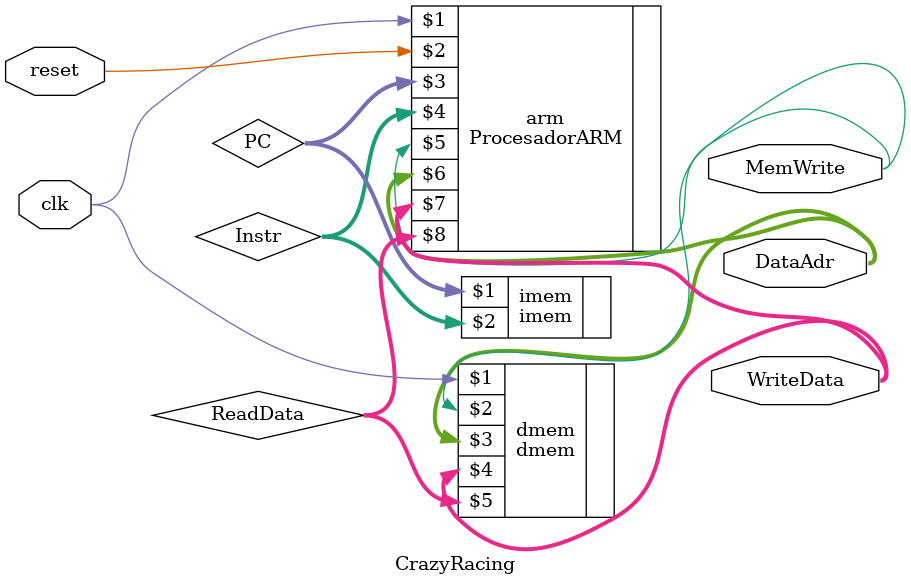
<source format=sv>
module CrazyRacing (
			input logic clk, reset,
			output logic [31:0] WriteData, DataAdr,
			output logic MemWrite);
			
	logic [31:0] PC, Instr, ReadData;
	
	// instantiate processor and memories
	ProcesadorARM arm(clk, reset, PC, Instr, MemWrite, DataAdr,
				WriteData, ReadData);
	imem imem(PC, Instr);
	dmem dmem(clk, MemWrite, DataAdr, WriteData, ReadData);
endmodule

</source>
